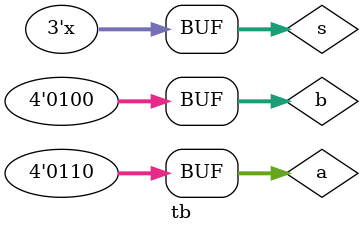
<source format=v>
module tb();

reg [3:0] a,b;
reg [2:0] s;
wire [4:0] O;

initial begin
a = 4'd6;
b = 4'd4;
s = 3'd0;
end

FourBalu uut(a,b,s,O);

always #5 s <= (s+1);

endmodule
</source>
